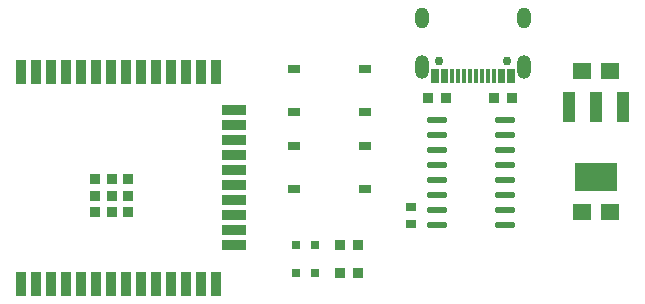
<source format=gts>
G04 #@! TF.GenerationSoftware,KiCad,Pcbnew,8.0.7-8.0.7-0~ubuntu22.04.1*
G04 #@! TF.CreationDate,2025-01-18T09:20:26+01:00*
G04 #@! TF.ProjectId,esp32_boilerplate,65737033-325f-4626-9f69-6c6572706c61,rev?*
G04 #@! TF.SameCoordinates,Original*
G04 #@! TF.FileFunction,Soldermask,Top*
G04 #@! TF.FilePolarity,Negative*
%FSLAX46Y46*%
G04 Gerber Fmt 4.6, Leading zero omitted, Abs format (unit mm)*
G04 Created by KiCad (PCBNEW 8.0.7-8.0.7-0~ubuntu22.04.1) date 2025-01-18 09:20:26*
%MOMM*%
%LPD*%
G01*
G04 APERTURE LIST*
%ADD10R,1.100000X2.500000*%
%ADD11R,3.600000X2.340000*%
%ADD12C,0.750000*%
%ADD13O,1.200000X2.000000*%
%ADD14O,1.200000X1.800000*%
%ADD15R,0.300000X1.300000*%
%ADD16R,0.900000X0.800000*%
%ADD17R,0.950000X2.100000*%
%ADD18R,2.100000X0.950000*%
%ADD19R,0.900000X0.900000*%
%ADD20R,1.500000X1.360000*%
%ADD21R,0.810000X0.860000*%
%ADD22O,1.750000X0.560000*%
%ADD23R,1.000000X0.750000*%
%ADD24R,0.800000X0.800000*%
G04 APERTURE END LIST*
D10*
G04 #@! TO.C,U2*
X52900000Y-8852000D03*
X50600000Y-8852000D03*
X48300000Y-8852000D03*
D11*
X50600000Y-14792000D03*
G04 #@! TD*
D12*
G04 #@! TO.C,USBC1*
X43074000Y-5005500D03*
X37274000Y-5005500D03*
D13*
X44504000Y-5505500D03*
X35844000Y-5505500D03*
D14*
X35844000Y-1325500D03*
X44504000Y-1325500D03*
D15*
X43524000Y-6265500D03*
X42724000Y-6265500D03*
X41424000Y-6265500D03*
X40424000Y-6265500D03*
X39924000Y-6265500D03*
X38924000Y-6265500D03*
X37624000Y-6265500D03*
X36824000Y-6265500D03*
X37124000Y-6265500D03*
X37924000Y-6265500D03*
X38424000Y-6265500D03*
X39424000Y-6265500D03*
X40924000Y-6265500D03*
X41924000Y-6265500D03*
X42424000Y-6265500D03*
X43224000Y-6265500D03*
G04 #@! TD*
D16*
G04 #@! TO.C,C1*
X34930000Y-17350000D03*
X34930000Y-18750000D03*
G04 #@! TD*
D17*
G04 #@! TO.C,U3*
X1900000Y-23900000D03*
X3170000Y-23900000D03*
X4440000Y-23900000D03*
X5710000Y-23900000D03*
X6980000Y-23900000D03*
X8250000Y-23900000D03*
X9520000Y-23900000D03*
X10790000Y-23900000D03*
X12060000Y-23900000D03*
X13330000Y-23900000D03*
X14600000Y-23900000D03*
X15870000Y-23900000D03*
X17140000Y-23900000D03*
X18410000Y-23900000D03*
D18*
X19900000Y-20610000D03*
X19900000Y-19340000D03*
X19900000Y-18070000D03*
X19900000Y-16800000D03*
X19900000Y-15530000D03*
X19900000Y-14260000D03*
X19900000Y-12990000D03*
X19900000Y-11720000D03*
X19900000Y-10450000D03*
X19900000Y-9180000D03*
D17*
X18410000Y-5900000D03*
X17140000Y-5900000D03*
X15870000Y-5900000D03*
X14600000Y-5900000D03*
X13330000Y-5900000D03*
X12060000Y-5900000D03*
X10790000Y-5900000D03*
X9520000Y-5900000D03*
X8250000Y-5900000D03*
X6980000Y-5900000D03*
X5710000Y-5900000D03*
X4440000Y-5900000D03*
X3170000Y-5900000D03*
X1900000Y-5900000D03*
D19*
X8180000Y-15000000D03*
X8180000Y-16400000D03*
X8180000Y-17800000D03*
X9580000Y-15000000D03*
X9580000Y-16400000D03*
X9580000Y-17800000D03*
X10980000Y-15000000D03*
X10980000Y-16400000D03*
X10980000Y-17800000D03*
G04 #@! TD*
D20*
G04 #@! TO.C,C3*
X49400000Y-17800000D03*
X51800000Y-17800000D03*
G04 #@! TD*
D21*
G04 #@! TO.C,R3*
X30450000Y-22900000D03*
X28950000Y-22900000D03*
G04 #@! TD*
D22*
G04 #@! TO.C,U1*
X42900000Y-18900000D03*
X42900000Y-17630000D03*
X42900000Y-16360000D03*
X42900000Y-15080000D03*
X42900000Y-13820000D03*
X42900000Y-12550000D03*
X42900000Y-11280000D03*
X42900000Y-10010000D03*
X37160000Y-10010000D03*
X37160000Y-11280000D03*
X37160000Y-12550000D03*
X37160000Y-13820000D03*
X37160000Y-15080000D03*
X37160000Y-16360000D03*
X37160000Y-17630000D03*
X37160000Y-18900000D03*
G04 #@! TD*
D21*
G04 #@! TO.C,R1*
X36376000Y-8150000D03*
X37876000Y-8150000D03*
G04 #@! TD*
D23*
G04 #@! TO.C,SW2*
X25000000Y-12150000D03*
X31000000Y-12150000D03*
X25000000Y-15850000D03*
X31000000Y-15850000D03*
G04 #@! TD*
D21*
G04 #@! TO.C,R2*
X43480000Y-8150000D03*
X41980000Y-8150000D03*
G04 #@! TD*
D20*
G04 #@! TO.C,C2*
X49400000Y-5800000D03*
X51800000Y-5800000D03*
G04 #@! TD*
D24*
G04 #@! TO.C,LED2*
X26800000Y-20600000D03*
X25200000Y-20600000D03*
G04 #@! TD*
D21*
G04 #@! TO.C,R7*
X30450000Y-20600000D03*
X28950000Y-20600000D03*
G04 #@! TD*
D23*
G04 #@! TO.C,SW1*
X25000000Y-5650000D03*
X31000000Y-5650000D03*
X25000000Y-9350000D03*
X31000000Y-9350000D03*
G04 #@! TD*
D24*
G04 #@! TO.C,LED1*
X26800000Y-22913000D03*
X25200000Y-22913000D03*
G04 #@! TD*
M02*

</source>
